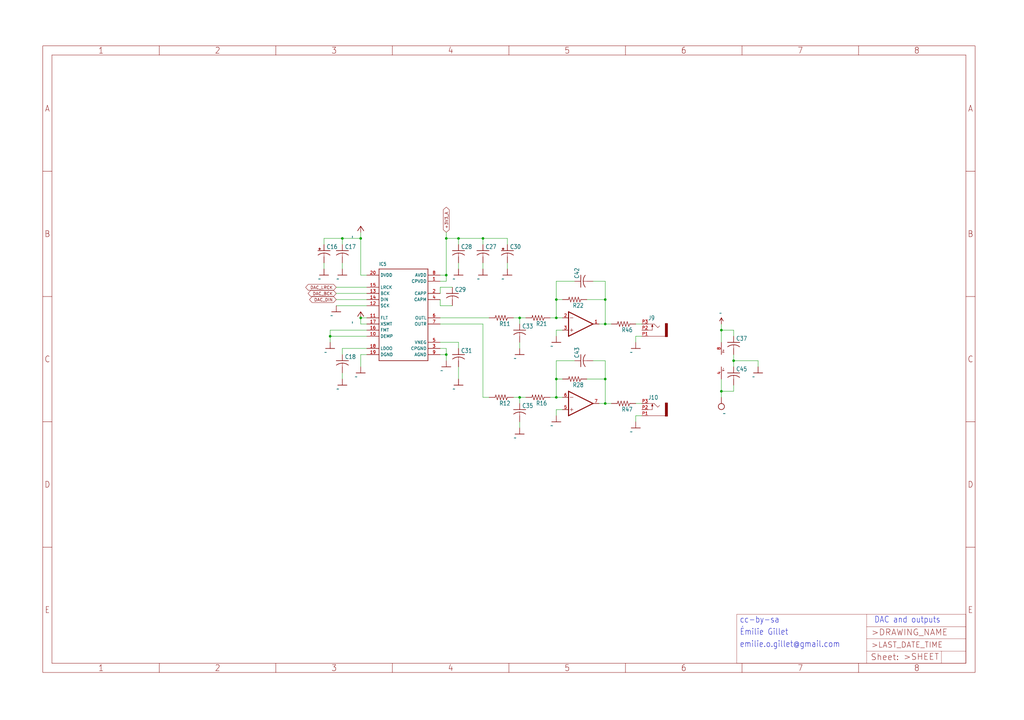
<source format=kicad_sch>
(kicad_sch (version 20211123) (generator eeschema)
  (paper "User" 425.45 299.161)
  (lib_symbols
    (symbol "plaits-eagle-import:+3V3" (power)
      (property "Value" "+3V3" (at -2.54 -5.08 90))
      (symbol "+3V3_1_0"
        (polyline (pts (xy 0 0) (xy -1.27 -1.905)) (stroke (width 0.254)))
        (polyline (pts (xy 1.27 -1.905) (xy 0 0)) (stroke (width 0.254)))
        (pin power_in line (at 0 -2.54 90) (length 2.54) (name "+3V3") (number "1"))
      )
    )
    (symbol "plaits-eagle-import:A3L-LOC"
      (symbol "A3L-LOC_1_0"
        (polyline (pts (xy 0 52.07) (xy 3.81 52.07)))
        (polyline (pts (xy 0 104.14) (xy 3.81 104.14)))
        (polyline (pts (xy 0 156.21) (xy 3.81 156.21)))
        (polyline (pts (xy 0 208.28) (xy 3.81 208.28)))
        (polyline (pts (xy 3.81 3.81) (xy 3.81 256.54)))
        (polyline (pts (xy 48.4188 0) (xy 48.4188 3.81)))
        (polyline (pts (xy 48.4188 256.54) (xy 48.4188 260.35)))
        (polyline (pts (xy 96.8375 0) (xy 96.8375 3.81)))
        (polyline (pts (xy 96.8375 256.54) (xy 96.8375 260.35)))
        (polyline (pts (xy 145.2563 0) (xy 145.2563 3.81)))
        (polyline (pts (xy 145.2563 256.54) (xy 145.2563 260.35)))
        (polyline (pts (xy 193.675 0) (xy 193.675 3.81)))
        (polyline (pts (xy 193.675 256.54) (xy 193.675 260.35)))
        (polyline (pts (xy 242.0938 0) (xy 242.0938 3.81)))
        (polyline (pts (xy 242.0938 256.54) (xy 242.0938 260.35)))
        (polyline (pts (xy 288.29 3.81) (xy 288.29 24.13)) (stroke (width 0.1016)))
        (polyline (pts (xy 288.29 3.81) (xy 342.265 3.81)) (stroke (width 0.1016)))
        (polyline (pts (xy 288.29 24.13) (xy 342.265 24.13)) (stroke (width 0.1016)))
        (polyline (pts (xy 290.5125 0) (xy 290.5125 3.81)))
        (polyline (pts (xy 290.5125 256.54) (xy 290.5125 260.35)))
        (polyline (pts (xy 338.9313 0) (xy 338.9313 3.81)))
        (polyline (pts (xy 338.9313 256.54) (xy 338.9313 260.35)))
        (polyline (pts (xy 342.265 3.81) (xy 373.38 3.81)) (stroke (width 0.1016)))
        (polyline (pts (xy 342.265 8.89) (xy 342.265 3.81)) (stroke (width 0.1016)))
        (polyline (pts (xy 342.265 8.89) (xy 342.265 13.97)) (stroke (width 0.1016)))
        (polyline (pts (xy 342.265 13.97) (xy 342.265 19.05)) (stroke (width 0.1016)))
        (polyline (pts (xy 342.265 13.97) (xy 383.54 13.97)) (stroke (width 0.1016)))
        (polyline (pts (xy 342.265 19.05) (xy 342.265 24.13)) (stroke (width 0.1016)))
        (polyline (pts (xy 342.265 19.05) (xy 383.54 19.05)) (stroke (width 0.1016)))
        (polyline (pts (xy 342.265 24.13) (xy 383.54 24.13)) (stroke (width 0.1016)))
        (polyline (pts (xy 373.38 3.81) (xy 373.38 8.89)) (stroke (width 0.1016)))
        (polyline (pts (xy 373.38 3.81) (xy 383.54 3.81)) (stroke (width 0.1016)))
        (polyline (pts (xy 373.38 8.89) (xy 342.265 8.89)) (stroke (width 0.1016)))
        (polyline (pts (xy 373.38 8.89) (xy 383.54 8.89)) (stroke (width 0.1016)))
        (polyline (pts (xy 383.54 3.81) (xy 3.81 3.81)))
        (polyline (pts (xy 383.54 3.81) (xy 383.54 8.89)) (stroke (width 0.1016)))
        (polyline (pts (xy 383.54 3.81) (xy 383.54 256.54)))
        (polyline (pts (xy 383.54 8.89) (xy 383.54 13.97)) (stroke (width 0.1016)))
        (polyline (pts (xy 383.54 13.97) (xy 383.54 19.05)) (stroke (width 0.1016)))
        (polyline (pts (xy 383.54 19.05) (xy 383.54 24.13)) (stroke (width 0.1016)))
        (polyline (pts (xy 383.54 52.07) (xy 387.35 52.07)))
        (polyline (pts (xy 383.54 104.14) (xy 387.35 104.14)))
        (polyline (pts (xy 383.54 156.21) (xy 387.35 156.21)))
        (polyline (pts (xy 383.54 208.28) (xy 387.35 208.28)))
        (polyline (pts (xy 383.54 256.54) (xy 3.81 256.54)))
        (polyline (pts (xy 0 0) (xy 387.35 0) (xy 387.35 260.35) (xy 0 260.35) (xy 0 0)))
        (text "1" (at 24.2094 1.905 0) (effects (font (size 2.54 2.286))))
        (text "1" (at 24.2094 258.445 0) (effects (font (size 2.54 2.286))))
        (text "2" (at 72.6281 1.905 0) (effects (font (size 2.54 2.286))))
        (text "2" (at 72.6281 258.445 0) (effects (font (size 2.54 2.286))))
        (text "3" (at 121.0469 1.905 0) (effects (font (size 2.54 2.286))))
        (text "3" (at 121.0469 258.445 0) (effects (font (size 2.54 2.286))))
        (text "4" (at 169.4656 1.905 0) (effects (font (size 2.54 2.286))))
        (text "4" (at 169.4656 258.445 0) (effects (font (size 2.54 2.286))))
        (text "5" (at 217.8844 1.905 0) (effects (font (size 2.54 2.286))))
        (text "5" (at 217.8844 258.445 0) (effects (font (size 2.54 2.286))))
        (text "6" (at 266.3031 1.905 0) (effects (font (size 2.54 2.286))))
        (text "6" (at 266.3031 258.445 0) (effects (font (size 2.54 2.286))))
        (text "7" (at 314.7219 1.905 0) (effects (font (size 2.54 2.286))))
        (text "7" (at 314.7219 258.445 0) (effects (font (size 2.54 2.286))))
        (text "8" (at 363.1406 1.905 0) (effects (font (size 2.54 2.286))))
        (text "8" (at 363.1406 258.445 0) (effects (font (size 2.54 2.286))))
        (text ">DRAWING_NAME" (at 344.17 15.24 0) (effects (font (size 2.54 2.54)) (justify left bottom)))
        (text ">LAST_DATE_TIME" (at 344.17 10.16 0) (effects (font (size 2.286 2.286)) (justify left bottom)))
        (text ">SHEET" (at 357.505 5.08 0) (effects (font (size 2.54 2.54)) (justify left bottom)))
        (text "A" (at 1.905 234.315 0) (effects (font (size 2.54 2.286))))
        (text "A" (at 385.445 234.315 0) (effects (font (size 2.54 2.286))))
        (text "B" (at 1.905 182.245 0) (effects (font (size 2.54 2.286))))
        (text "B" (at 385.445 182.245 0) (effects (font (size 2.54 2.286))))
        (text "C" (at 1.905 130.175 0) (effects (font (size 2.54 2.286))))
        (text "C" (at 385.445 130.175 0) (effects (font (size 2.54 2.286))))
        (text "D" (at 1.905 78.105 0) (effects (font (size 2.54 2.286))))
        (text "D" (at 385.445 78.105 0) (effects (font (size 2.54 2.286))))
        (text "E" (at 1.905 26.035 0) (effects (font (size 2.54 2.286))))
        (text "E" (at 385.445 26.035 0) (effects (font (size 2.54 2.286))))
        (text "Sheet:" (at 343.916 4.953 0) (effects (font (size 2.54 2.54)) (justify left bottom)))
      )
    )
    (symbol "plaits-eagle-import:C-USC0402"
      (property "Reference" "C" (at 1.016 0.635 0))
      (property "Value" "C-USC0402" (at 1.016 -4.191 0))
      (symbol "C-USC0402_1_0"
        (arc (start 0 -1.0161) (mid -1.302 -1.2303) (end -2.4668 -1.8504) (stroke (width 0.254)))
        (polyline (pts (xy -2.54 0) (xy 2.54 0)) (stroke (width 0.254)))
        (polyline (pts (xy 0 -1.016) (xy 0 -2.54)) (stroke (width 0.1524)))
        (arc (start 2.4892 -1.8542) (mid 1.3158 -1.2195) (end 0 -1) (stroke (width 0.254)))
        (pin passive line (at 0 2.54 270) (length 2.54) (name "1") (number "1"))
        (pin passive line (at 0 -5.08 90) (length 2.54) (name "2") (number "2"))
      )
    )
    (symbol "plaits-eagle-import:C-USC0805"
      (property "Reference" "C" (at 1.016 0.635 0))
      (property "Value" "C-USC0805" (at 1.016 -4.191 0))
      (symbol "C-USC0805_1_0"
        (arc (start 0 -1.0161) (mid -1.302 -1.2303) (end -2.4668 -1.8504) (stroke (width 0.254)))
        (polyline (pts (xy -2.54 0) (xy 2.54 0)) (stroke (width 0.254)))
        (polyline (pts (xy 0 -1.016) (xy 0 -2.54)) (stroke (width 0.1524)))
        (arc (start 2.4892 -1.8542) (mid 1.3158 -1.2195) (end 0 -1) (stroke (width 0.254)))
        (pin passive line (at 0 2.54 270) (length 2.54) (name "1") (number "1"))
        (pin passive line (at 0 -5.08 90) (length 2.54) (name "2") (number "2"))
      )
    )
    (symbol "plaits-eagle-import:CPOL-USA"
      (property "Reference" "C" (at 1.016 0.635 0))
      (property "Value" "CPOL-USA" (at 1.016 -4.191 0))
      (symbol "CPOL-USA_1_0"
        (rectangle (start -2.253 0.668) (end -1.364 0.795) (fill (type outline)))
        (rectangle (start -1.872 0.287) (end -1.745 1.176) (fill (type outline)))
        (arc (start 0 -1.0161) (mid -1.3021 -1.2302) (end -2.4669 -1.8504) (stroke (width 0.254)))
        (polyline (pts (xy -2.54 0) (xy 2.54 0)) (stroke (width 0.254)))
        (polyline (pts (xy 0 -1.016) (xy 0 -2.54)) (stroke (width 0.1524)))
        (arc (start 2.4892 -1.8542) (mid 1.3158 -1.2195) (end 0 -1) (stroke (width 0.254)))
        (pin passive line (at 0 2.54 270) (length 2.54) (name "+") (number "+"))
        (pin passive line (at 0 -5.08 90) (length 2.54) (name "-") (number "-"))
      )
    )
    (symbol "plaits-eagle-import:GND" (power)
      (property "Value" "GND" (at -2.54 -2.54 0))
      (symbol "GND_1_0"
        (polyline (pts (xy -1.905 0) (xy 1.905 0)) (stroke (width 0.254)))
        (pin power_in line (at 0 2.54 270) (length 2.54) (name "GND") (number "1"))
      )
    )
    (symbol "plaits-eagle-import:PCM5100PW"
      (property "Reference" "IC" (at -10.16 21.59 0))
      (property "Value" "PCM5100PW" (at -10.16 -20.32 0))
      (symbol "PCM5100PW_1_0"
        (polyline (pts (xy -10.16 -17.78) (xy -10.16 20.32)) (stroke (width 0.254)))
        (polyline (pts (xy -10.16 20.32) (xy 10.16 20.32)) (stroke (width 0.254)))
        (polyline (pts (xy 10.16 -17.78) (xy -10.16 -17.78)) (stroke (width 0.254)))
        (polyline (pts (xy 10.16 20.32) (xy 10.16 -17.78)) (stroke (width 0.254)))
        (pin bidirectional line (at 15.24 15.24 180) (length 5.08) (name "CPVDD") (number "1"))
        (pin input line (at -15.24 -7.62 0) (length 5.08) (name "DEMP") (number "10"))
        (pin input line (at -15.24 0 0) (length 5.08) (name "FLT") (number "11"))
        (pin input line (at -15.24 5.08 0) (length 5.08) (name "SCK") (number "12"))
        (pin input line (at -15.24 10.16 0) (length 5.08) (name "BCK") (number "13"))
        (pin input line (at -15.24 7.62 0) (length 5.08) (name "DIN") (number "14"))
        (pin input line (at -15.24 12.7 0) (length 5.08) (name "LRCK") (number "15"))
        (pin input line (at -15.24 -5.08 0) (length 5.08) (name "FMT") (number "16"))
        (pin input line (at -15.24 -2.54 0) (length 5.08) (name "XSMT") (number "17"))
        (pin bidirectional line (at -15.24 -12.7 0) (length 5.08) (name "LDOO") (number "18"))
        (pin power_in line (at -15.24 -15.24 0) (length 5.08) (name "DGND") (number "19"))
        (pin bidirectional line (at 15.24 10.16 180) (length 5.08) (name "CAPP") (number "2"))
        (pin power_in line (at -15.24 17.78 0) (length 5.08) (name "DVDD") (number "20"))
        (pin bidirectional line (at 15.24 -12.7 180) (length 5.08) (name "CPGND") (number "3"))
        (pin bidirectional line (at 15.24 7.62 180) (length 5.08) (name "CAPM") (number "4"))
        (pin input line (at 15.24 -10.16 180) (length 5.08) (name "VNEG") (number "5"))
        (pin output line (at 15.24 0 180) (length 5.08) (name "OUTL") (number "6"))
        (pin output line (at 15.24 -2.54 180) (length 5.08) (name "OUTR") (number "7"))
        (pin power_in line (at 15.24 17.78 180) (length 5.08) (name "AVDD") (number "8"))
        (pin power_in line (at 15.24 -15.24 180) (length 5.08) (name "AGND") (number "9"))
      )
    )
    (symbol "plaits-eagle-import:PJ301_THONKICONN6"
      (property "Reference" "J" (at -2.54 4.064 0))
      (symbol "PJ301_THONKICONN6_1_0"
        (polyline (pts (xy -2.54 -2.54) (xy 4.572 -2.54)) (stroke (width 0.1524)))
        (polyline (pts (xy -2.54 0) (xy -0.762 0)) (stroke (width 0.1524)))
        (polyline (pts (xy -2.54 2.54) (xy 0 2.54)) (stroke (width 0.1524)))
        (polyline (pts (xy -1.016 1.524) (xy -0.508 1.524)) (stroke (width 0.254)))
        (polyline (pts (xy -0.762 0) (xy -0.762 2.286)) (stroke (width 0.1524)))
        (polyline (pts (xy -0.762 2.286) (xy -1.016 1.524)) (stroke (width 0.254)))
        (polyline (pts (xy -0.508 1.524) (xy -0.762 2.286)) (stroke (width 0.254)))
        (polyline (pts (xy 0 2.54) (xy 1.524 1.016)) (stroke (width 0.1524)))
        (polyline (pts (xy 1.524 1.016) (xy 2.286 1.778)) (stroke (width 0.1524)))
        (rectangle (start 4.572 2.794) (end 5.588 -2.794) (fill (type outline)))
        (pin passive line (at -5.08 -2.54 0) (length 2.54) (name "1") (number "P1"))
        (pin passive line (at -5.08 0 0) (length 2.54) (name "2") (number "P2"))
        (pin passive line (at -5.08 2.54 0) (length 2.54) (name "3") (number "P3"))
      )
    )
    (symbol "plaits-eagle-import:R-US_R0402"
      (property "Reference" "R" (at -3.81 1.4986 0))
      (property "Value" "R-US_R0402" (at -3.81 -3.302 0))
      (symbol "R-US_R0402_1_0"
        (polyline (pts (xy -2.54 0) (xy -2.159 1.016)) (stroke (width 0.2032)))
        (polyline (pts (xy -2.159 1.016) (xy -1.524 -1.016)) (stroke (width 0.2032)))
        (polyline (pts (xy -1.524 -1.016) (xy -0.889 1.016)) (stroke (width 0.2032)))
        (polyline (pts (xy -0.889 1.016) (xy -0.254 -1.016)) (stroke (width 0.2032)))
        (polyline (pts (xy -0.254 -1.016) (xy 0.381 1.016)) (stroke (width 0.2032)))
        (polyline (pts (xy 0.381 1.016) (xy 1.016 -1.016)) (stroke (width 0.2032)))
        (polyline (pts (xy 1.016 -1.016) (xy 1.651 1.016)) (stroke (width 0.2032)))
        (polyline (pts (xy 1.651 1.016) (xy 2.286 -1.016)) (stroke (width 0.2032)))
        (polyline (pts (xy 2.286 -1.016) (xy 2.54 0)) (stroke (width 0.2032)))
        (pin passive line (at -5.08 0 0) (length 2.54) (name "1") (number "1"))
        (pin passive line (at 5.08 0 180) (length 2.54) (name "2") (number "2"))
      )
    )
    (symbol "plaits-eagle-import:R-US_R0603"
      (property "Reference" "R" (at -3.81 1.4986 0))
      (property "Value" "R-US_R0603" (at -3.81 -3.302 0))
      (symbol "R-US_R0603_1_0"
        (polyline (pts (xy -2.54 0) (xy -2.159 1.016)) (stroke (width 0.2032)))
        (polyline (pts (xy -2.159 1.016) (xy -1.524 -1.016)) (stroke (width 0.2032)))
        (polyline (pts (xy -1.524 -1.016) (xy -0.889 1.016)) (stroke (width 0.2032)))
        (polyline (pts (xy -0.889 1.016) (xy -0.254 -1.016)) (stroke (width 0.2032)))
        (polyline (pts (xy -0.254 -1.016) (xy 0.381 1.016)) (stroke (width 0.2032)))
        (polyline (pts (xy 0.381 1.016) (xy 1.016 -1.016)) (stroke (width 0.2032)))
        (polyline (pts (xy 1.016 -1.016) (xy 1.651 1.016)) (stroke (width 0.2032)))
        (polyline (pts (xy 1.651 1.016) (xy 2.286 -1.016)) (stroke (width 0.2032)))
        (polyline (pts (xy 2.286 -1.016) (xy 2.54 0)) (stroke (width 0.2032)))
        (pin passive line (at -5.08 0 0) (length 2.54) (name "1") (number "1"))
        (pin passive line (at 5.08 0 180) (length 2.54) (name "2") (number "2"))
      )
    )
    (symbol "plaits-eagle-import:TL072PW"
      (symbol "TL072PW_1_0"
        (polyline (pts (xy -5.08 -5.08) (xy 5.08 0)) (stroke (width 0.4064)))
        (polyline (pts (xy -5.08 5.08) (xy -5.08 -5.08)) (stroke (width 0.4064)))
        (polyline (pts (xy -4.445 -2.54) (xy -3.175 -2.54)) (stroke (width 0.1524)))
        (polyline (pts (xy -4.445 2.54) (xy -3.175 2.54)) (stroke (width 0.1524)))
        (polyline (pts (xy -3.81 3.175) (xy -3.81 1.905)) (stroke (width 0.1524)))
        (polyline (pts (xy 5.08 0) (xy -5.08 5.08)) (stroke (width 0.4064)))
        (pin output line (at 7.62 0 180) (length 2.54) (name "OUT") (number "1"))
        (pin input line (at -7.62 -2.54 0) (length 2.54) (name "-IN") (number "2"))
        (pin input line (at -7.62 2.54 0) (length 2.54) (name "+IN") (number "3"))
      )
      (symbol "TL072PW_2_0"
        (polyline (pts (xy -5.08 -5.08) (xy 5.08 0)) (stroke (width 0.4064)))
        (polyline (pts (xy -5.08 5.08) (xy -5.08 -5.08)) (stroke (width 0.4064)))
        (polyline (pts (xy -4.445 -2.54) (xy -3.175 -2.54)) (stroke (width 0.1524)))
        (polyline (pts (xy -4.445 2.54) (xy -3.175 2.54)) (stroke (width 0.1524)))
        (polyline (pts (xy -3.81 3.175) (xy -3.81 1.905)) (stroke (width 0.1524)))
        (polyline (pts (xy 5.08 0) (xy -5.08 5.08)) (stroke (width 0.4064)))
        (pin input line (at -7.62 2.54 0) (length 2.54) (name "+IN") (number "5"))
        (pin input line (at -7.62 -2.54 0) (length 2.54) (name "-IN") (number "6"))
        (pin output line (at 7.62 0 180) (length 2.54) (name "OUT") (number "7"))
      )
      (symbol "TL072PW_3_0"
        (text "V+" (at 1.27 3.175 900) (effects (font (size 0.8128 0.6908)) (justify left bottom)))
        (text "V-" (at 1.27 -4.445 900) (effects (font (size 0.8128 0.6908)) (justify left bottom)))
        (pin power_in line (at 0 -7.62 90) (length 5.08) (name "V-") (number "4"))
        (pin power_in line (at 0 7.62 270) (length 5.08) (name "V+") (number "8"))
      )
    )
    (symbol "plaits-eagle-import:VCC" (power)
      (property "Value" "VCC" (at -1.016 3.556 0))
      (symbol "VCC_1_0"
        (polyline (pts (xy 0 2.54) (xy -0.762 1.27)) (stroke (width 0.254)))
        (polyline (pts (xy 0.762 1.27) (xy 0 2.54)) (stroke (width 0.254)))
        (pin power_in line (at 0 0 90) (length 2.54) (name "VCC") (number "1"))
      )
    )
    (symbol "plaits-eagle-import:VEE" (power)
      (property "Value" "VEE" (at -1.905 3.175 0))
      (symbol "VEE_1_0"
        (circle (center 0 1.27) (radius 1.27) (stroke (width 0.254)))
        (pin power_in line (at 0 -2.54 90) (length 2.54) (name "VEE") (number "1"))
      )
    )
  )
  (junction (at 149.86 99.06))
  (junction (at 142.24 99.06))
  (junction (at 200.66 99.06))
  (junction (at 190.5 99.06))
  (junction (at 304.8 149.86))
  (junction (at 185.42 114.3))
  (junction (at 299.72 162.56))
  (junction (at 299.72 137.16))
  (junction (at 251.46 167.64))
  (junction (at 231.14 165.1))
  (junction (at 185.42 147.32))
  (junction (at 231.14 124.46))
  (junction (at 149.86 132.08))
  (junction (at 251.46 157.48))
  (junction (at 185.42 99.06))
  (junction (at 251.46 124.46))
  (junction (at 215.9 132.08))
  (junction (at 251.46 134.62))
  (junction (at 231.14 132.08))
  (junction (at 215.9 165.1))
  (junction (at 231.14 157.48))
  (junction (at 137.16 139.7))
  (wire (pts (xy 200.66 134.62) (xy 200.66 165.1)))
  (wire (pts (xy 142.24 99.06) (xy 134.62 99.06)))
  (wire (pts (xy 266.7 139.7) (xy 264.16 139.7)))
  (wire (pts (xy 251.46 149.86) (xy 251.46 157.48)))
  (wire (pts (xy 231.14 157.48) (xy 231.14 149.86)))
  (wire (pts (xy 200.66 109.22) (xy 200.66 111.76)))
  (wire (pts (xy 231.14 124.46) (xy 231.14 116.84)))
  (wire (pts (xy 314.96 149.86) (xy 314.96 152.4)))
  (wire (pts (xy 152.4 121.92) (xy 139.7 121.92)))
  (wire (pts (xy 299.72 137.16) (xy 304.8 137.16)))
  (wire (pts (xy 137.16 139.7) (xy 137.16 142.24)))
  (wire (pts (xy 215.9 175.26) (xy 215.9 177.8)))
  (wire (pts (xy 251.46 167.64) (xy 248.92 167.64)))
  (wire (pts (xy 142.24 101.6) (xy 142.24 99.06)))
  (wire (pts (xy 231.14 124.46) (xy 233.68 124.46)))
  (wire (pts (xy 210.82 111.76) (xy 210.82 109.22)))
  (wire (pts (xy 213.36 132.08) (xy 215.9 132.08)))
  (wire (pts (xy 231.14 165.1) (xy 233.68 165.1)))
  (wire (pts (xy 182.88 119.38) (xy 187.96 119.38)))
  (wire (pts (xy 182.88 127) (xy 187.96 127)))
  (wire (pts (xy 228.6 132.08) (xy 231.14 132.08)))
  (wire (pts (xy 299.72 137.16) (xy 299.72 134.62)))
  (wire (pts (xy 182.88 144.78) (xy 185.42 144.78)))
  (wire (pts (xy 304.8 162.56) (xy 304.8 160.02)))
  (wire (pts (xy 304.8 149.86) (xy 304.8 147.32)))
  (wire (pts (xy 251.46 134.62) (xy 254 134.62)))
  (wire (pts (xy 266.7 172.72) (xy 264.16 172.72)))
  (wire (pts (xy 152.4 139.7) (xy 137.16 139.7)))
  (wire (pts (xy 231.14 132.08) (xy 231.14 124.46)))
  (wire (pts (xy 152.4 114.3) (xy 149.86 114.3)))
  (wire (pts (xy 299.72 162.56) (xy 299.72 157.48)))
  (wire (pts (xy 246.38 149.86) (xy 251.46 149.86)))
  (wire (pts (xy 152.4 144.78) (xy 142.24 144.78)))
  (wire (pts (xy 152.4 137.16) (xy 137.16 137.16)))
  (wire (pts (xy 251.46 157.48) (xy 251.46 167.64)))
  (wire (pts (xy 182.88 121.92) (xy 182.88 119.38)))
  (wire (pts (xy 149.86 114.3) (xy 149.86 99.06)))
  (wire (pts (xy 231.14 116.84) (xy 238.76 116.84)))
  (wire (pts (xy 182.88 134.62) (xy 200.66 134.62)))
  (wire (pts (xy 233.68 170.18) (xy 231.14 170.18)))
  (wire (pts (xy 215.9 165.1) (xy 218.44 165.1)))
  (wire (pts (xy 231.14 165.1) (xy 231.14 157.48)))
  (wire (pts (xy 190.5 109.22) (xy 190.5 111.76)))
  (wire (pts (xy 264.16 134.62) (xy 266.7 134.62)))
  (wire (pts (xy 243.84 157.48) (xy 251.46 157.48)))
  (wire (pts (xy 213.36 165.1) (xy 215.9 165.1)))
  (wire (pts (xy 190.5 142.24) (xy 190.5 144.78)))
  (wire (pts (xy 215.9 132.08) (xy 218.44 132.08)))
  (wire (pts (xy 149.86 134.62) (xy 149.86 132.08)))
  (wire (pts (xy 299.72 165.1) (xy 299.72 162.56)))
  (wire (pts (xy 200.66 165.1) (xy 203.2 165.1)))
  (wire (pts (xy 182.88 132.08) (xy 203.2 132.08)))
  (wire (pts (xy 251.46 134.62) (xy 248.92 134.62)))
  (wire (pts (xy 185.42 144.78) (xy 185.42 147.32)))
  (wire (pts (xy 266.7 167.64) (xy 264.16 167.64)))
  (wire (pts (xy 152.4 132.08) (xy 149.86 132.08)))
  (wire (pts (xy 149.86 99.06) (xy 149.86 96.52)))
  (wire (pts (xy 182.88 142.24) (xy 190.5 142.24)))
  (wire (pts (xy 190.5 152.4) (xy 190.5 157.48)))
  (wire (pts (xy 251.46 167.64) (xy 254 167.64)))
  (wire (pts (xy 190.5 99.06) (xy 185.42 99.06)))
  (wire (pts (xy 200.66 99.06) (xy 190.5 99.06)))
  (wire (pts (xy 215.9 142.24) (xy 215.9 144.78)))
  (wire (pts (xy 185.42 147.32) (xy 185.42 149.86)))
  (wire (pts (xy 299.72 162.56) (xy 304.8 162.56)))
  (wire (pts (xy 233.68 137.16) (xy 231.14 137.16)))
  (wire (pts (xy 251.46 116.84) (xy 251.46 124.46)))
  (wire (pts (xy 215.9 134.62) (xy 215.9 132.08)))
  (wire (pts (xy 182.88 116.84) (xy 185.42 116.84)))
  (wire (pts (xy 304.8 149.86) (xy 314.96 149.86)))
  (wire (pts (xy 152.4 119.38) (xy 139.7 119.38)))
  (wire (pts (xy 231.14 137.16) (xy 231.14 139.7)))
  (wire (pts (xy 185.42 114.3) (xy 185.42 99.06)))
  (wire (pts (xy 251.46 124.46) (xy 251.46 134.62)))
  (wire (pts (xy 228.6 165.1) (xy 231.14 165.1)))
  (wire (pts (xy 231.14 149.86) (xy 238.76 149.86)))
  (wire (pts (xy 152.4 124.46) (xy 139.7 124.46)))
  (wire (pts (xy 215.9 167.64) (xy 215.9 165.1)))
  (wire (pts (xy 182.88 147.32) (xy 185.42 147.32)))
  (wire (pts (xy 190.5 101.6) (xy 190.5 99.06)))
  (wire (pts (xy 200.66 101.6) (xy 200.66 99.06)))
  (wire (pts (xy 264.16 172.72) (xy 264.16 175.26)))
  (wire (pts (xy 304.8 152.4) (xy 304.8 149.86)))
  (wire (pts (xy 200.66 99.06) (xy 210.82 99.06)))
  (wire (pts (xy 246.38 116.84) (xy 251.46 116.84)))
  (wire (pts (xy 182.88 114.3) (xy 185.42 114.3)))
  (wire (pts (xy 264.16 139.7) (xy 264.16 142.24)))
  (wire (pts (xy 152.4 147.32) (xy 149.86 147.32)))
  (wire (pts (xy 134.62 99.06) (xy 134.62 101.6)))
  (wire (pts (xy 137.16 137.16) (xy 137.16 139.7)))
  (wire (pts (xy 231.14 157.48) (xy 233.68 157.48)))
  (wire (pts (xy 142.24 157.48) (xy 142.24 154.94)))
  (wire (pts (xy 185.42 116.84) (xy 185.42 114.3)))
  (wire (pts (xy 182.88 124.46) (xy 182.88 127)))
  (wire (pts (xy 142.24 99.06) (xy 149.86 99.06)))
  (wire (pts (xy 149.86 147.32) (xy 149.86 152.4)))
  (wire (pts (xy 152.4 134.62) (xy 149.86 134.62)))
  (wire (pts (xy 231.14 170.18) (xy 231.14 172.72)))
  (wire (pts (xy 231.14 132.08) (xy 233.68 132.08)))
  (wire (pts (xy 243.84 124.46) (xy 251.46 124.46)))
  (wire (pts (xy 134.62 111.76) (xy 134.62 109.22)))
  (wire (pts (xy 185.42 99.06) (xy 185.42 96.52)))
  (wire (pts (xy 299.72 142.24) (xy 299.72 137.16)))
  (wire (pts (xy 142.24 144.78) (xy 142.24 147.32)))
  (wire (pts (xy 210.82 99.06) (xy 210.82 101.6)))
  (wire (pts (xy 142.24 109.22) (xy 142.24 111.76)))
  (wire (pts (xy 304.8 137.16) (xy 304.8 139.7)))
  (wire (pts (xy 152.4 127) (xy 139.7 127)))
  (text "Émilie Gillet" (at 307.34 264.16 180) (effects (font (size 2.54 2.159)) (justify left bottom)))
  (text "DAC and outputs" (at 363.22 259.08 180) (effects (font (size 2.54 2.159)) (justify left bottom)))
  (text "cc-by-sa" (at 307.34 259.08 180) (effects (font (size 2.54 2.159)) (justify left bottom)))
  (text "emilie.o.gillet@gmail.com" (at 307.34 269.24 180) (effects (font (size 2.54 2.159)) (justify left bottom)))
  (global_label "DAC_DIN" (shape bidirectional) (at 139.7 124.46 180) (effects (font (size 1.2446 1.2446))) (property "Intersheet References" "${INTERSHEET_REFS}" (effects hide)))
  (global_label "DAC_BCK" (shape bidirectional) (at 139.7 121.92 180) (effects (font (size 1.2446 1.2446))) (property "Intersheet References" "${INTERSHEET_REFS}" (effects hide)))
  (global_label "DAC_LRCK" (shape bidirectional) (at 139.7 119.38 180) (effects (font (size 1.2446 1.2446))) (property "Intersheet References" "${INTERSHEET_REFS}" (effects hide)))
  (global_label "+3V3_A" (shape bidirectional) (at 185.42 96.52 90) (effects (font (size 1.2446 1.2446))) (property "Intersheet References" "${INTERSHEET_REFS}" (effects hide)))
  (symbol (lib_id "plaits-eagle-import:C-USC0402") (at 142.24 149.86 0) (unit 1)
    (property "Reference" "C18" (at 143.256 149.225 0) (effects (font (size 1.778 1.5113)) (justify left bottom)))
  )
  (symbol (lib_id "plaits-eagle-import:C-USC0402") (at 190.5 104.14 0) (unit 1)
    (property "Reference" "C28" (at 191.516 103.505 0) (effects (font (size 1.778 1.5113)) (justify left bottom)))
  )
  (symbol (lib_id "plaits-eagle-import:GND") (at 190.5 114.3 0) (unit 1)
    (property "Reference" "#GND65" (effects hide))
  )
  (symbol (lib_id "plaits-eagle-import:PJ301_THONKICONN6") (at 271.78 170.18 0) (unit 1)
    (property "Reference" "J10" (at 269.24 166.116 0) (effects (font (size 1.778 1.5113)) (justify left bottom)))
  )
  (symbol (lib_id "plaits-eagle-import:GND") (at 190.5 160.02 0) (unit 1)
    (property "Reference" "#GND57" (effects hide))
  )
  (symbol (lib_id "plaits-eagle-import:GND") (at 137.16 144.78 0) (unit 1)
    (property "Reference" "#GND48" (effects hide))
  )
  (symbol (lib_id "plaits-eagle-import:C-USC0402") (at 241.3 116.84 90) (unit 1)
    (property "Reference" "C42" (at 240.665 115.824 0) (effects (font (size 1.778 1.5113)) (justify left bottom)))
  )
  (symbol (lib_id "plaits-eagle-import:R-US_R0402") (at 208.28 165.1 180) (unit 1)
    (property "Reference" "R12" (at 212.09 166.5986 0) (effects (font (size 1.778 1.5113)) (justify left bottom)))
  )
  (symbol (lib_id "plaits-eagle-import:GND") (at 215.9 180.34 0) (unit 1)
    (property "Reference" "#GND82" (effects hide))
  )
  (symbol (lib_id "plaits-eagle-import:CPOL-USA") (at 210.82 104.14 0) (unit 1)
    (property "Reference" "C30" (at 211.836 103.505 0) (effects (font (size 1.778 1.5113)) (justify left bottom)))
  )
  (symbol (lib_id "plaits-eagle-import:TL072PW") (at 299.72 149.86 0) (unit 3)
    (property "Reference" "IC8" (effects hide))
  )
  (symbol (lib_id "plaits-eagle-import:TL072PW") (at 241.3 134.62 0) (mirror x) (unit 1)
    (property "Reference" "IC8" (effects hide))
  )
  (symbol (lib_id "plaits-eagle-import:+3V3") (at 149.86 129.54 0) (unit 1)
    (property "Reference" "#+3V3" (effects hide))
  )
  (symbol (lib_id "plaits-eagle-import:R-US_R0402") (at 238.76 157.48 180) (unit 1)
    (property "Reference" "R28" (at 242.57 158.9786 0) (effects (font (size 1.778 1.5113)) (justify left bottom)))
  )
  (symbol (lib_id "plaits-eagle-import:C-USC0402") (at 304.8 154.94 0) (unit 1)
    (property "Reference" "C45" (at 305.816 154.305 0) (effects (font (size 1.778 1.5113)) (justify left bottom)))
  )
  (symbol (lib_id "plaits-eagle-import:GND") (at 142.24 114.3 0) (unit 1)
    (property "Reference" "#GND53" (effects hide))
  )
  (symbol (lib_id "plaits-eagle-import:GND") (at 210.82 114.3 0) (unit 1)
    (property "Reference" "#GND52" (effects hide))
  )
  (symbol (lib_id "plaits-eagle-import:C-USC0402") (at 241.3 149.86 90) (unit 1)
    (property "Reference" "C43" (at 240.665 148.844 0) (effects (font (size 1.778 1.5113)) (justify left bottom)))
  )
  (symbol (lib_id "plaits-eagle-import:GND") (at 200.66 114.3 0) (unit 1)
    (property "Reference" "#GND49" (effects hide))
  )
  (symbol (lib_id "plaits-eagle-import:PJ301_THONKICONN6") (at 271.78 137.16 0) (unit 1)
    (property "Reference" "J9" (at 269.24 133.096 0) (effects (font (size 1.778 1.5113)) (justify left bottom)))
  )
  (symbol (lib_id "plaits-eagle-import:C-USC0402") (at 142.24 104.14 0) (unit 1)
    (property "Reference" "C17" (at 143.256 103.505 0) (effects (font (size 1.778 1.5113)) (justify left bottom)))
  )
  (symbol (lib_id "plaits-eagle-import:GND") (at 231.14 175.26 0) (unit 1)
    (property "Reference" "#GND62" (effects hide))
  )
  (symbol (lib_id "plaits-eagle-import:R-US_R0402") (at 223.52 165.1 180) (unit 1)
    (property "Reference" "R16" (at 227.33 166.5986 0) (effects (font (size 1.778 1.5113)) (justify left bottom)))
  )
  (symbol (lib_id "plaits-eagle-import:C-USC0402") (at 304.8 142.24 0) (unit 1)
    (property "Reference" "C37" (at 305.816 141.605 0) (effects (font (size 1.778 1.5113)) (justify left bottom)))
  )
  (symbol (lib_id "plaits-eagle-import:R-US_R0402") (at 223.52 132.08 180) (unit 1)
    (property "Reference" "R21" (at 227.33 133.5786 0) (effects (font (size 1.778 1.5113)) (justify left bottom)))
  )
  (symbol (lib_id "plaits-eagle-import:GND") (at 139.7 129.54 0) (unit 1)
    (property "Reference" "#GND47" (effects hide))
  )
  (symbol (lib_id "plaits-eagle-import:VCC") (at 299.72 134.62 0) (unit 1)
    (property "Reference" "#P+2" (effects hide))
  )
  (symbol (lib_id "plaits-eagle-import:GND") (at 185.42 152.4 0) (unit 1)
    (property "Reference" "#GND43" (effects hide))
  )
  (symbol (lib_id "plaits-eagle-import:C-USC0402") (at 215.9 170.18 0) (unit 1)
    (property "Reference" "C35" (at 216.916 169.545 0) (effects (font (size 1.778 1.5113)) (justify left bottom)))
  )
  (symbol (lib_id "plaits-eagle-import:C-USC0805") (at 187.96 121.92 0) (unit 1)
    (property "Reference" "C29" (at 188.976 121.285 0) (effects (font (size 1.778 1.5113)) (justify left bottom)))
  )
  (symbol (lib_id "plaits-eagle-import:C-USC0402") (at 215.9 137.16 0) (unit 1)
    (property "Reference" "C33" (at 216.916 136.525 0) (effects (font (size 1.778 1.5113)) (justify left bottom)))
  )
  (symbol (lib_id "plaits-eagle-import:GND") (at 142.24 160.02 0) (unit 1)
    (property "Reference" "#GND58" (effects hide))
  )
  (symbol (lib_id "plaits-eagle-import:GND") (at 134.62 114.3 0) (unit 1)
    (property "Reference" "#GND93" (effects hide))
  )
  (symbol (lib_id "plaits-eagle-import:C-USC0402") (at 200.66 104.14 0) (unit 1)
    (property "Reference" "C27" (at 201.676 103.505 0) (effects (font (size 1.778 1.5113)) (justify left bottom)))
  )
  (symbol (lib_id "plaits-eagle-import:VEE") (at 299.72 167.64 180) (unit 1)
    (property "Reference" "#SUPPLY2" (effects hide))
  )
  (symbol (lib_id "plaits-eagle-import:R-US_R0603") (at 259.08 167.64 180) (unit 1)
    (property "Reference" "R47" (at 262.89 169.1386 0) (effects (font (size 1.778 1.5113)) (justify left bottom)))
  )
  (symbol (lib_id "plaits-eagle-import:R-US_R0402") (at 208.28 132.08 180) (unit 1)
    (property "Reference" "R11" (at 212.09 133.5786 0) (effects (font (size 1.778 1.5113)) (justify left bottom)))
  )
  (symbol (lib_id "plaits-eagle-import:GND") (at 264.16 144.78 0) (unit 1)
    (property "Reference" "#GND61" (effects hide))
  )
  (symbol (lib_id "plaits-eagle-import:+3V3") (at 149.86 93.98 0) (unit 1)
    (property "Reference" "#+3V1" (effects hide))
  )
  (symbol (lib_id "plaits-eagle-import:C-USC0805") (at 190.5 147.32 0) (unit 1)
    (property "Reference" "C31" (at 191.516 146.685 0) (effects (font (size 1.778 1.5113)) (justify left bottom)))
  )
  (symbol (lib_id "plaits-eagle-import:PCM5100PW") (at 167.64 132.08 0) (unit 1)
    (property "Reference" "IC5" (at 157.48 110.49 0) (effects (font (size 1.4224 1.209)) (justify left bottom)))
  )
  (symbol (lib_id "plaits-eagle-import:R-US_R0603") (at 259.08 134.62 180) (unit 1)
    (property "Reference" "R46" (at 262.89 136.1186 0) (effects (font (size 1.778 1.5113)) (justify left bottom)))
  )
  (symbol (lib_id "plaits-eagle-import:GND") (at 231.14 142.24 0) (unit 1)
    (property "Reference" "#GND59" (effects hide))
  )
  (symbol (lib_id "plaits-eagle-import:A3L-LOC") (at 17.78 279.4 0) (unit 1)
    (property "Reference" "#FRAME4" (effects hide))
  )
  (symbol (lib_id "plaits-eagle-import:GND") (at 215.9 147.32 0) (unit 1)
    (property "Reference" "#GND81" (effects hide))
  )
  (symbol (lib_id "plaits-eagle-import:CPOL-USA") (at 134.62 104.14 0) (unit 1)
    (property "Reference" "C16" (at 135.636 103.505 0) (effects (font (size 1.778 1.5113)) (justify left bottom)))
  )
  (symbol (lib_id "plaits-eagle-import:GND") (at 314.96 154.94 0) (unit 1)
    (property "Reference" "#GND63" (effects hide))
  )
  (symbol (lib_id "plaits-eagle-import:R-US_R0402") (at 238.76 124.46 180) (unit 1)
    (property "Reference" "R22" (at 242.57 125.9586 0) (effects (font (size 1.778 1.5113)) (justify left bottom)))
  )
  (symbol (lib_id "plaits-eagle-import:GND") (at 149.86 154.94 0) (unit 1)
    (property "Reference" "#GND45" (effects hide))
  )
  (symbol (lib_id "plaits-eagle-import:GND") (at 264.16 177.8 0) (unit 1)
    (property "Reference" "#GND60" (effects hide))
  )
  (symbol (lib_id "plaits-eagle-import:TL072PW") (at 241.3 167.64 0) (mirror x) (unit 2)
    (property "Reference" "IC8" (effects hide))
  )
)
</source>
